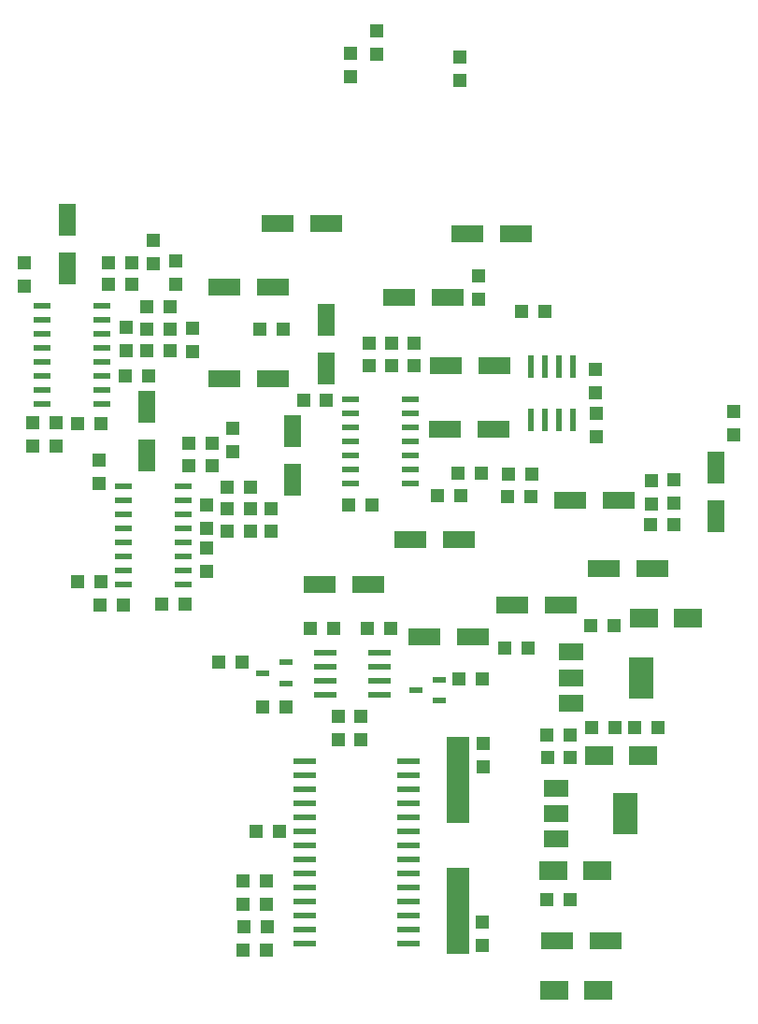
<source format=gbr>
%TF.GenerationSoftware,KiCad,Pcbnew,(5.1.6)-1*%
%TF.CreationDate,2021-04-19T20:59:16+02:00*%
%TF.ProjectId,SimpleDigital,53696d70-6c65-4446-9967-6974616c2e6b,v01*%
%TF.SameCoordinates,Original*%
%TF.FileFunction,Paste,Top*%
%TF.FilePolarity,Positive*%
%FSLAX46Y46*%
G04 Gerber Fmt 4.6, Leading zero omitted, Abs format (unit mm)*
G04 Created by KiCad (PCBNEW (5.1.6)-1) date 2021-04-19 20:59:16*
%MOMM*%
%LPD*%
G01*
G04 APERTURE LIST*
%ADD10R,1.200000X1.200000*%
%ADD11R,0.600000X2.000000*%
%ADD12R,2.000000X0.600000*%
%ADD13R,3.000000X1.600000*%
%ADD14R,1.600000X3.000000*%
%ADD15R,1.500000X0.550000*%
%ADD16R,1.300000X0.600000*%
%ADD17R,2.200000X3.800000*%
%ADD18R,2.200000X1.500000*%
%ADD19R,1.550000X0.600000*%
%ADD20R,2.000000X7.875000*%
%ADD21R,2.500000X1.700000*%
G04 APERTURE END LIST*
D10*
%TO.C,C48*%
X166900000Y-139550000D03*
X164800000Y-139550000D03*
%TD*%
%TO.C,C49*%
X169200000Y-110450000D03*
X169200000Y-108350000D03*
%TD*%
D11*
%TO.C,U4*%
X164590000Y-104100000D03*
X167130000Y-109000000D03*
X165860000Y-109000000D03*
X164590000Y-109000000D03*
X163320000Y-109000000D03*
X163320000Y-104100000D03*
X165860000Y-104100000D03*
X167130000Y-104100000D03*
%TD*%
D12*
%TO.C,U2*%
X149600000Y-131315000D03*
X144700000Y-133855000D03*
X144700000Y-132585000D03*
X144700000Y-131315000D03*
X144700000Y-130045000D03*
X149600000Y-130045000D03*
X149600000Y-132585000D03*
X149600000Y-133855000D03*
%TD*%
D13*
%TO.C,C40*%
X151350000Y-97875000D03*
X155750000Y-97875000D03*
%TD*%
D14*
%TO.C,C21*%
X141700000Y-114350000D03*
X141700000Y-109950000D03*
%TD*%
D13*
%TO.C,C28*%
X159950000Y-109775000D03*
X155550000Y-109775000D03*
%TD*%
%TO.C,C27*%
X160000000Y-104025000D03*
X155600000Y-104025000D03*
%TD*%
D14*
%TO.C,C8*%
X144800000Y-99925000D03*
X144800000Y-104325000D03*
%TD*%
D13*
%TO.C,C9*%
X135575000Y-105275000D03*
X139975000Y-105275000D03*
%TD*%
D14*
%TO.C,C17*%
X128525000Y-107775000D03*
X128525000Y-112175000D03*
%TD*%
D13*
%TO.C,C30*%
X148600000Y-123900000D03*
X144200000Y-123900000D03*
%TD*%
%TO.C,C41*%
X156800000Y-119825000D03*
X152400000Y-119825000D03*
%TD*%
%TO.C,C44*%
X166900000Y-116225000D03*
X171300000Y-116225000D03*
%TD*%
%TO.C,C11*%
X158075000Y-128575000D03*
X153675000Y-128575000D03*
%TD*%
D14*
%TO.C,C4*%
X180100000Y-113275000D03*
X180100000Y-117675000D03*
%TD*%
D13*
%TO.C,C25*%
X169950000Y-122400000D03*
X174350000Y-122400000D03*
%TD*%
%TO.C,C13*%
X161625000Y-125725000D03*
X166025000Y-125725000D03*
%TD*%
%TO.C,C7*%
X165650000Y-156150000D03*
X170050000Y-156150000D03*
%TD*%
D14*
%TO.C,C33*%
X121300000Y-90875000D03*
X121300000Y-95275000D03*
%TD*%
D10*
%TO.C,R31*%
X131125000Y-96700000D03*
X131125000Y-94600000D03*
%TD*%
D13*
%TO.C,C5*%
X139900000Y-96925000D03*
X135500000Y-96925000D03*
%TD*%
%TO.C,C42*%
X140325000Y-91175000D03*
X144725000Y-91175000D03*
%TD*%
%TO.C,C43*%
X161950000Y-92075000D03*
X157550000Y-92075000D03*
%TD*%
D15*
%TO.C,U1*%
X152362157Y-114734848D03*
X152362157Y-113464848D03*
X152362157Y-112194848D03*
X152362157Y-110924848D03*
X152362157Y-109654848D03*
X152362157Y-108384848D03*
X152362157Y-107114848D03*
X146962157Y-107114848D03*
X146962157Y-108384848D03*
X146962157Y-109654848D03*
X146962157Y-110924848D03*
X146962157Y-112194848D03*
X146962157Y-113464848D03*
X146962157Y-114734848D03*
%TD*%
D12*
%TO.C,U8*%
X152200000Y-156400000D03*
X152200000Y-155130000D03*
X152200000Y-153860000D03*
X152200000Y-152590000D03*
X152200000Y-151320000D03*
X152200000Y-150050000D03*
X152200000Y-148780000D03*
X152200000Y-147510000D03*
X152200000Y-146240000D03*
X152200000Y-144970000D03*
X152200000Y-143700000D03*
X152200000Y-142430000D03*
X152200000Y-141160000D03*
X152200000Y-139890000D03*
X142800000Y-139890000D03*
X142800000Y-141160000D03*
X142800000Y-142430000D03*
X142800000Y-143700000D03*
X142800000Y-144970000D03*
X142800000Y-146240000D03*
X142800000Y-147510000D03*
X142800000Y-148780000D03*
X142800000Y-150050000D03*
X142800000Y-151320000D03*
X142800000Y-152590000D03*
X142800000Y-153860000D03*
X142800000Y-155130000D03*
X142800000Y-156400000D03*
%TD*%
D10*
%TO.C,R19*%
X181675000Y-108200000D03*
X181675000Y-110300000D03*
%TD*%
%TO.C,R37*%
X149350000Y-73750000D03*
X149350000Y-75850000D03*
%TD*%
%TO.C,R38*%
X146950000Y-75750000D03*
X146950000Y-77850000D03*
%TD*%
%TO.C,R39*%
X156850000Y-78250000D03*
X156850000Y-76150000D03*
%TD*%
%TO.C,C1*%
X146827157Y-116679848D03*
X148927157Y-116679848D03*
%TD*%
%TO.C,C2*%
X176249593Y-114415841D03*
X176249593Y-116515841D03*
%TD*%
%TO.C,C3*%
X161225000Y-115925000D03*
X163325000Y-115925000D03*
%TD*%
%TO.C,C6*%
X164725000Y-152375000D03*
X166825000Y-152375000D03*
%TD*%
%TO.C,C10*%
X138777157Y-100759849D03*
X140877157Y-100759849D03*
%TD*%
%TO.C,C12*%
X134417156Y-113074849D03*
X132317156Y-113074849D03*
%TD*%
%TO.C,C14*%
X124217157Y-112599848D03*
X124217157Y-114699848D03*
%TD*%
%TO.C,C15*%
X170850000Y-127550000D03*
X168750000Y-127550000D03*
%TD*%
%TO.C,C16*%
X141080000Y-134960000D03*
X138980000Y-134960000D03*
%TD*%
%TO.C,C18*%
X133892156Y-116674848D03*
X133892156Y-118774848D03*
%TD*%
%TO.C,C19*%
X139792156Y-119074848D03*
X139792156Y-116974848D03*
%TD*%
%TO.C,C20*%
X133917157Y-120599849D03*
X133917157Y-122699849D03*
%TD*%
%TO.C,C22*%
X122217158Y-123649849D03*
X124317158Y-123649849D03*
%TD*%
%TO.C,C23*%
X131992159Y-125649848D03*
X129892159Y-125649848D03*
%TD*%
%TO.C,C24*%
X126367157Y-125699848D03*
X124267157Y-125699848D03*
%TD*%
%TO.C,C26*%
X160925000Y-129625000D03*
X163025000Y-129625000D03*
%TD*%
%TO.C,C29*%
X164550000Y-99175000D03*
X162450000Y-99175000D03*
%TD*%
%TO.C,C31*%
X127145637Y-96703250D03*
X125045637Y-96703250D03*
%TD*%
%TO.C,C32*%
X117450000Y-94750000D03*
X117450000Y-96850000D03*
%TD*%
%TO.C,C34*%
X126620638Y-100603252D03*
X126620638Y-102703252D03*
%TD*%
%TO.C,C35*%
X132645636Y-102803251D03*
X132645636Y-100703251D03*
%TD*%
%TO.C,C36*%
X128650000Y-104950000D03*
X126550000Y-104950000D03*
%TD*%
%TO.C,C37*%
X118200000Y-111350000D03*
X118200000Y-109250000D03*
%TD*%
%TO.C,C38*%
X122250000Y-109300000D03*
X124350000Y-109300000D03*
%TD*%
%TO.C,C39*%
X120300000Y-109250000D03*
X120300000Y-111350000D03*
%TD*%
%TO.C,C45*%
X158885000Y-154450000D03*
X158885000Y-156550000D03*
%TD*%
%TO.C,C46*%
X158960000Y-138275000D03*
X158960000Y-140375000D03*
%TD*%
%TO.C,C47*%
X138400000Y-146245000D03*
X140500000Y-146245000D03*
%TD*%
D16*
%TO.C,Q1*%
X154975001Y-134395000D03*
X154975001Y-132495000D03*
X152875001Y-133445000D03*
%TD*%
%TO.C,Q2*%
X139025000Y-131870000D03*
X141125000Y-130920000D03*
X141125000Y-132820000D03*
%TD*%
D10*
%TO.C,R1*%
X174150000Y-118475000D03*
X176250000Y-118475000D03*
%TD*%
%TO.C,R2*%
X174199593Y-114445841D03*
X174199593Y-116545841D03*
%TD*%
%TO.C,R3*%
X163350000Y-113875000D03*
X161250000Y-113875000D03*
%TD*%
%TO.C,R4*%
X148677157Y-104089849D03*
X148677157Y-101989849D03*
%TD*%
%TO.C,R5*%
X144797157Y-107149849D03*
X142697157Y-107149849D03*
%TD*%
%TO.C,R6*%
X147875000Y-137895001D03*
X147875000Y-135795001D03*
%TD*%
%TO.C,R7*%
X150626561Y-127855266D03*
X148526561Y-127855266D03*
%TD*%
%TO.C,R8*%
X174825000Y-136825000D03*
X172725000Y-136825000D03*
%TD*%
%TO.C,R9*%
X168800000Y-136825000D03*
X170900000Y-136825000D03*
%TD*%
%TO.C,R10*%
X164775000Y-137525000D03*
X166875000Y-137525000D03*
%TD*%
%TO.C,R11*%
X132317156Y-111074848D03*
X134417156Y-111074848D03*
%TD*%
%TO.C,R12*%
X136317157Y-109749849D03*
X136317157Y-111849849D03*
%TD*%
%TO.C,R13*%
X137867157Y-115049848D03*
X135767157Y-115049848D03*
%TD*%
%TO.C,R14*%
X135792158Y-117024849D03*
X137892158Y-117024849D03*
%TD*%
%TO.C,R15*%
X135792158Y-118999849D03*
X137892158Y-118999849D03*
%TD*%
%TO.C,R16*%
X158900000Y-132395000D03*
X156800000Y-132395000D03*
%TD*%
%TO.C,R17*%
X152697157Y-101989847D03*
X152697157Y-104089847D03*
%TD*%
%TO.C,R18*%
X158777157Y-113779849D03*
X156677157Y-113779849D03*
%TD*%
%TO.C,R20*%
X145875000Y-137895000D03*
X145875000Y-135795000D03*
%TD*%
%TO.C,R21*%
X143326562Y-127855265D03*
X145426562Y-127855265D03*
%TD*%
%TO.C,R22*%
X127145637Y-94703252D03*
X125045637Y-94703252D03*
%TD*%
%TO.C,R23*%
X129069850Y-92692843D03*
X129069850Y-94792843D03*
%TD*%
%TO.C,R24*%
X128545638Y-98728251D03*
X130645638Y-98728251D03*
%TD*%
%TO.C,R25*%
X128545635Y-100728251D03*
X130645635Y-100728251D03*
%TD*%
%TO.C,R26*%
X128545638Y-102728250D03*
X130645638Y-102728250D03*
%TD*%
%TO.C,R27*%
X135050000Y-130870000D03*
X137150000Y-130870000D03*
%TD*%
%TO.C,R28*%
X137250000Y-150710000D03*
X139350000Y-150710000D03*
%TD*%
%TO.C,R29*%
X139360000Y-152820000D03*
X137260000Y-152820000D03*
%TD*%
%TO.C,R30*%
X154817159Y-115839848D03*
X156917159Y-115839848D03*
%TD*%
%TO.C,R33*%
X137290000Y-154879999D03*
X139390000Y-154879999D03*
%TD*%
%TO.C,R34*%
X139330000Y-156960000D03*
X137230000Y-156960000D03*
%TD*%
%TO.C,R35*%
X158600000Y-95925000D03*
X158600000Y-98025000D03*
%TD*%
%TO.C,R36*%
X169177157Y-104409848D03*
X169177157Y-106509848D03*
%TD*%
D17*
%TO.C,U3*%
X171850000Y-144600000D03*
D18*
X165550000Y-142300000D03*
X165550000Y-144600000D03*
X165550000Y-146900000D03*
%TD*%
D19*
%TO.C,U5*%
X131767157Y-114954849D03*
X131767157Y-116224849D03*
X131767157Y-117494849D03*
X131767157Y-118764849D03*
X131767157Y-120034849D03*
X131767157Y-121304849D03*
X131767157Y-122574849D03*
X131767157Y-123844849D03*
X126367157Y-123844849D03*
X126367157Y-122574849D03*
X126367157Y-121304849D03*
X126367157Y-120034849D03*
X126367157Y-118764849D03*
X126367157Y-117494849D03*
X126367157Y-116224849D03*
X126367157Y-114954849D03*
%TD*%
D18*
%TO.C,U6*%
X166975000Y-134600000D03*
X166975000Y-132300000D03*
X166975000Y-130000000D03*
D17*
X173275000Y-132300000D03*
%TD*%
D19*
%TO.C,U7*%
X119020636Y-98608252D03*
X119020636Y-99878252D03*
X119020636Y-101148252D03*
X119020636Y-102418252D03*
X119020636Y-103688252D03*
X119020636Y-104958252D03*
X119020636Y-106228252D03*
X119020636Y-107498252D03*
X124420636Y-107498252D03*
X124420636Y-106228252D03*
X124420636Y-104958252D03*
X124420636Y-103688252D03*
X124420636Y-102418252D03*
X124420636Y-101148252D03*
X124420636Y-99878252D03*
X124420636Y-98608252D03*
%TD*%
D20*
%TO.C,Y1*%
X156660000Y-153437500D03*
X156660000Y-141562500D03*
%TD*%
D10*
%TO.C,R32*%
X150707157Y-104089850D03*
X150707157Y-101989850D03*
%TD*%
D21*
%TO.C,D1*%
X169300000Y-149775000D03*
X165300000Y-149775000D03*
%TD*%
%TO.C,D2*%
X169400000Y-160600000D03*
X165400000Y-160600000D03*
%TD*%
%TO.C,D3*%
X169450000Y-139400000D03*
X173450000Y-139400000D03*
%TD*%
%TO.C,D7*%
X173550000Y-126900000D03*
X177550000Y-126900000D03*
%TD*%
M02*

</source>
